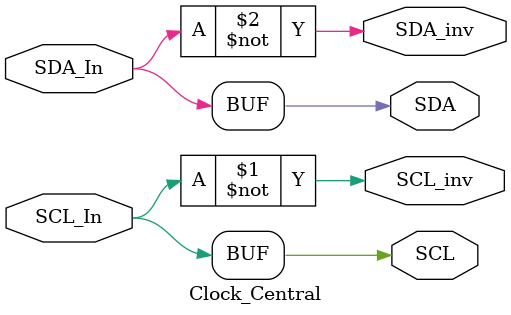
<source format=v>
module Clock_Central(
/*AUTOARG*/
   // Outputs
   SCL, SDA, SCL_inv, SDA_inv,
   // Inputs
   SDA_In, SCL_In
   );

input   SDA_In;
input   SCL_In;
output  SCL;
output  SDA;
output  SCL_inv;
output  SDA_inv;

assign  SCL = SCL_In;
assign  SDA = SDA_In;
assign  SCL_inv = ~SCL_In;
assign  SDA_inv = ~SDA_In;

endmodule

</source>
